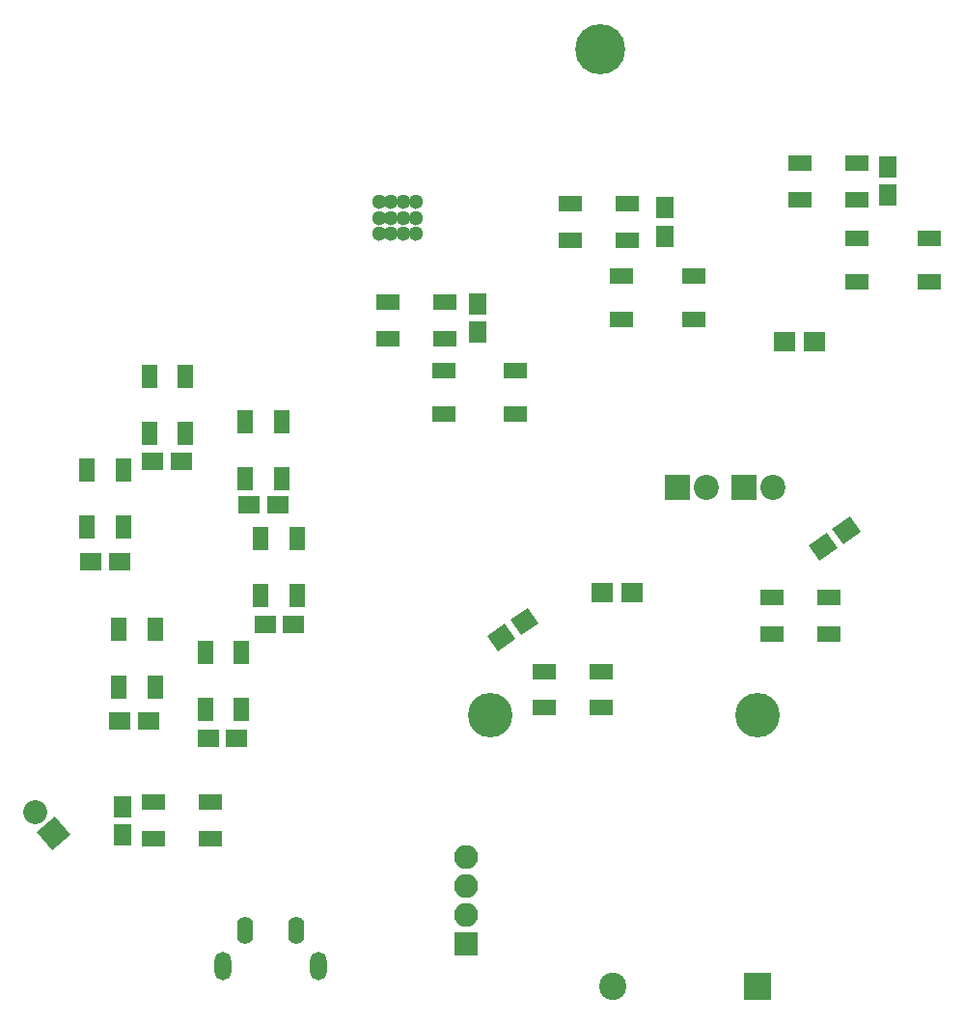
<source format=gts>
G04 #@! TF.FileFunction,Soldermask,Top*
%FSLAX46Y46*%
G04 Gerber Fmt 4.6, Leading zero omitted, Abs format (unit mm)*
G04 Created by KiCad (PCBNEW 4.0.7) date Monday, 12 '12e' March '12e' 2018, 16:45:08*
%MOMM*%
%LPD*%
G01*
G04 APERTURE LIST*
%ADD10C,0.100000*%
%ADD11R,2.400000X2.400000*%
%ADD12C,2.400000*%
%ADD13C,3.900000*%
%ADD14R,1.650000X1.900000*%
%ADD15R,1.900000X1.650000*%
%ADD16R,2.200000X2.200000*%
%ADD17C,2.200000*%
%ADD18O,1.400000X2.400000*%
%ADD19O,1.450000X2.500000*%
%ADD20R,2.100000X2.100000*%
%ADD21O,2.100000X2.100000*%
%ADD22C,2.100000*%
%ADD23R,1.900000X1.700000*%
%ADD24R,2.100000X1.400000*%
%ADD25R,2.000000X1.400000*%
%ADD26R,1.400000X2.000000*%
%ADD27C,1.300000*%
%ADD28C,4.400000*%
G04 APERTURE END LIST*
D10*
D11*
X182000000Y-129000000D03*
D12*
X169300000Y-129000000D03*
D13*
X158505000Y-105276400D03*
X182000000Y-105276400D03*
D10*
G36*
X187421066Y-91687669D02*
X186474665Y-90336068D01*
X188031054Y-89246273D01*
X188977455Y-90597874D01*
X187421066Y-91687669D01*
X187421066Y-91687669D01*
G37*
G36*
X189468946Y-90253727D02*
X188522545Y-88902126D01*
X190078934Y-87812331D01*
X191025335Y-89163932D01*
X189468946Y-90253727D01*
X189468946Y-90253727D01*
G37*
G36*
X159171066Y-99687669D02*
X158224665Y-98336068D01*
X159781054Y-97246273D01*
X160727455Y-98597874D01*
X159171066Y-99687669D01*
X159171066Y-99687669D01*
G37*
G36*
X161218946Y-98253727D02*
X160272545Y-96902126D01*
X161828934Y-95812331D01*
X162775335Y-97163932D01*
X161218946Y-98253727D01*
X161218946Y-98253727D01*
G37*
D14*
X126250000Y-113250000D03*
X126250000Y-115750000D03*
D15*
X133750000Y-107250000D03*
X136250000Y-107250000D03*
X126000000Y-105750000D03*
X128500000Y-105750000D03*
X123500000Y-91750000D03*
X126000000Y-91750000D03*
X138750000Y-97250000D03*
X141250000Y-97250000D03*
D14*
X193400000Y-59650000D03*
X193400000Y-57150000D03*
D16*
X174960000Y-85250000D03*
D17*
X177500000Y-85250000D03*
D18*
X137015000Y-124125000D03*
D19*
X135055000Y-127250000D03*
X143405000Y-127250000D03*
D18*
X141465000Y-124125000D03*
D20*
X156400000Y-125280000D03*
D21*
X156400000Y-122740000D03*
X156400000Y-120200000D03*
X156400000Y-117660000D03*
D10*
G36*
X120329420Y-114170726D02*
X121679274Y-115779420D01*
X120070580Y-117129274D01*
X118720726Y-115520580D01*
X120329420Y-114170726D01*
X120329420Y-114170726D01*
G37*
D22*
X118567319Y-113704247D02*
X118567319Y-113704247D01*
D16*
X180750000Y-85250000D03*
D17*
X183290000Y-85250000D03*
D23*
X171000000Y-94500000D03*
X168300000Y-94500000D03*
X187000000Y-72500000D03*
X184300000Y-72500000D03*
D24*
X160750000Y-78800000D03*
X154450000Y-78800000D03*
X160750000Y-75000000D03*
X154450000Y-75000000D03*
X197000000Y-67200000D03*
X190700000Y-67200000D03*
X197000000Y-63400000D03*
X190700000Y-63400000D03*
D25*
X188250000Y-98100000D03*
X188250000Y-94900000D03*
X183250000Y-98100000D03*
X183250000Y-94900000D03*
X168250000Y-104600000D03*
X168250000Y-101400000D03*
X163250000Y-104600000D03*
X163250000Y-101400000D03*
X134000000Y-116100000D03*
X134000000Y-112900000D03*
X129000000Y-116100000D03*
X129000000Y-112900000D03*
D26*
X136700000Y-99750000D03*
X133500000Y-99750000D03*
X136700000Y-104750000D03*
X133500000Y-104750000D03*
X129100000Y-97750000D03*
X125900000Y-97750000D03*
X129100000Y-102750000D03*
X125900000Y-102750000D03*
X126350000Y-83750000D03*
X123150000Y-83750000D03*
X126350000Y-88750000D03*
X123150000Y-88750000D03*
X141600000Y-89750000D03*
X138400000Y-89750000D03*
X141600000Y-94750000D03*
X138400000Y-94750000D03*
D25*
X165500000Y-60400000D03*
X165500000Y-63600000D03*
X170500000Y-60400000D03*
X170500000Y-63600000D03*
X185700000Y-56800000D03*
X185700000Y-60000000D03*
X190700000Y-56800000D03*
X190700000Y-60000000D03*
D27*
X152000000Y-60200000D03*
X150875000Y-60200000D03*
X149775000Y-60200000D03*
X148750000Y-60200000D03*
X152000000Y-61650000D03*
X149775000Y-61650000D03*
X148750000Y-61650000D03*
X150875000Y-61650000D03*
X152000000Y-63000000D03*
X149775000Y-63000000D03*
X148750000Y-63000000D03*
X150875000Y-63000000D03*
D14*
X173800000Y-63250000D03*
X173800000Y-60750000D03*
X157400000Y-71650000D03*
X157400000Y-69150000D03*
D15*
X137350000Y-86800000D03*
X139850000Y-86800000D03*
X128900000Y-83000000D03*
X131400000Y-83000000D03*
D24*
X176350000Y-70500000D03*
X170050000Y-70500000D03*
X176350000Y-66700000D03*
X170050000Y-66700000D03*
D26*
X131800000Y-75500000D03*
X128600000Y-75500000D03*
X131800000Y-80500000D03*
X128600000Y-80500000D03*
X140200000Y-79500000D03*
X137000000Y-79500000D03*
X140200000Y-84500000D03*
X137000000Y-84500000D03*
D25*
X149500000Y-69000000D03*
X149500000Y-72200000D03*
X154500000Y-69000000D03*
X154500000Y-72200000D03*
D28*
X168200000Y-46800000D03*
M02*

</source>
